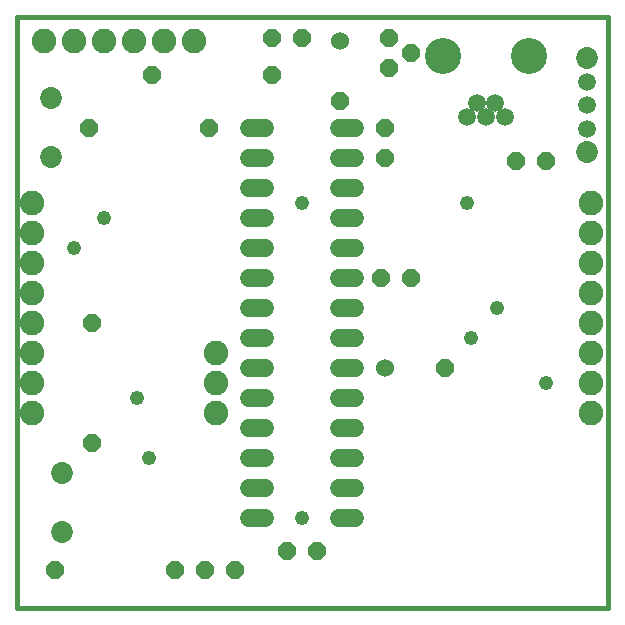
<source format=gbs>
G75*
%MOIN*%
%OFA0B0*%
%FSLAX25Y25*%
%IPPOS*%
%LPD*%
%AMOC8*
5,1,8,0,0,1.08239X$1,22.5*
%
%ADD10C,0.01600*%
%ADD11C,0.06000*%
%ADD12OC8,0.06000*%
%ADD13C,0.08200*%
%ADD14C,0.06000*%
%ADD15C,0.05950*%
%ADD16C,0.12020*%
%ADD17C,0.07296*%
%ADD18C,0.04762*%
D10*
X0021800Y0021800D02*
X0218650Y0021800D01*
X0218650Y0218650D01*
X0021800Y0218650D01*
X0021800Y0021800D01*
D11*
X0144300Y0101800D03*
X0129300Y0210550D03*
D12*
X0116800Y0211800D03*
X0106800Y0211800D03*
X0106800Y0199300D03*
X0129300Y0190550D03*
X0144300Y0181800D03*
X0144300Y0171800D03*
X0145550Y0201800D03*
X0153050Y0206800D03*
X0145550Y0211800D03*
X0188050Y0170550D03*
X0198050Y0170550D03*
X0153050Y0131800D03*
X0143050Y0131800D03*
X0164300Y0101800D03*
X0121800Y0040550D03*
X0111800Y0040550D03*
X0094300Y0034300D03*
X0084300Y0034300D03*
X0074300Y0034300D03*
X0034300Y0034300D03*
X0046800Y0076800D03*
X0046800Y0116800D03*
X0045550Y0181800D03*
X0066800Y0199300D03*
X0085550Y0181800D03*
D13*
X0080550Y0210550D03*
X0070550Y0210550D03*
X0060550Y0210550D03*
X0050550Y0210550D03*
X0040550Y0210550D03*
X0030550Y0210550D03*
X0026800Y0156800D03*
X0026800Y0146800D03*
X0026800Y0136800D03*
X0026800Y0126800D03*
X0026800Y0116800D03*
X0026800Y0106800D03*
X0026800Y0096800D03*
X0026800Y0086800D03*
X0088050Y0086800D03*
X0088050Y0096800D03*
X0088050Y0106800D03*
X0213050Y0106800D03*
X0213050Y0096800D03*
X0213050Y0086800D03*
X0213050Y0116800D03*
X0213050Y0126800D03*
X0213050Y0136800D03*
X0213050Y0146800D03*
X0213050Y0156800D03*
D14*
X0134400Y0151800D02*
X0129200Y0151800D01*
X0129200Y0141800D02*
X0134400Y0141800D01*
X0134400Y0131800D02*
X0129200Y0131800D01*
X0129200Y0121800D02*
X0134400Y0121800D01*
X0134400Y0111800D02*
X0129200Y0111800D01*
X0129200Y0101800D02*
X0134400Y0101800D01*
X0134400Y0091800D02*
X0129200Y0091800D01*
X0129200Y0081800D02*
X0134400Y0081800D01*
X0134400Y0071800D02*
X0129200Y0071800D01*
X0129200Y0061800D02*
X0134400Y0061800D01*
X0134400Y0051800D02*
X0129200Y0051800D01*
X0104400Y0051800D02*
X0099200Y0051800D01*
X0099200Y0061800D02*
X0104400Y0061800D01*
X0104400Y0071800D02*
X0099200Y0071800D01*
X0099200Y0081800D02*
X0104400Y0081800D01*
X0104400Y0091800D02*
X0099200Y0091800D01*
X0099200Y0101800D02*
X0104400Y0101800D01*
X0104400Y0111800D02*
X0099200Y0111800D01*
X0099200Y0121800D02*
X0104400Y0121800D01*
X0104400Y0131800D02*
X0099200Y0131800D01*
X0099200Y0141800D02*
X0104400Y0141800D01*
X0104400Y0151800D02*
X0099200Y0151800D01*
X0099200Y0161800D02*
X0104400Y0161800D01*
X0104400Y0171800D02*
X0099200Y0171800D01*
X0099200Y0181800D02*
X0104400Y0181800D01*
X0129200Y0181800D02*
X0134400Y0181800D01*
X0134400Y0171800D02*
X0129200Y0171800D01*
X0129200Y0161800D02*
X0134400Y0161800D01*
D15*
X0171751Y0185471D03*
X0174900Y0190196D03*
X0178050Y0185471D03*
X0181200Y0190196D03*
X0184349Y0185471D03*
X0211800Y0189300D03*
X0211800Y0181426D03*
X0211800Y0197174D03*
D16*
X0192420Y0205550D03*
X0163680Y0205550D03*
D17*
X0211800Y0205048D03*
X0211800Y0173552D03*
X0036800Y0066643D03*
X0036800Y0046957D03*
X0033050Y0171957D03*
X0033050Y0191643D03*
D18*
X0050550Y0151800D03*
X0040550Y0141800D03*
X0061800Y0091800D03*
X0065550Y0071800D03*
X0116800Y0051800D03*
X0173050Y0111800D03*
X0181800Y0121800D03*
X0198050Y0096800D03*
X0171800Y0156800D03*
X0116800Y0156800D03*
M02*

</source>
